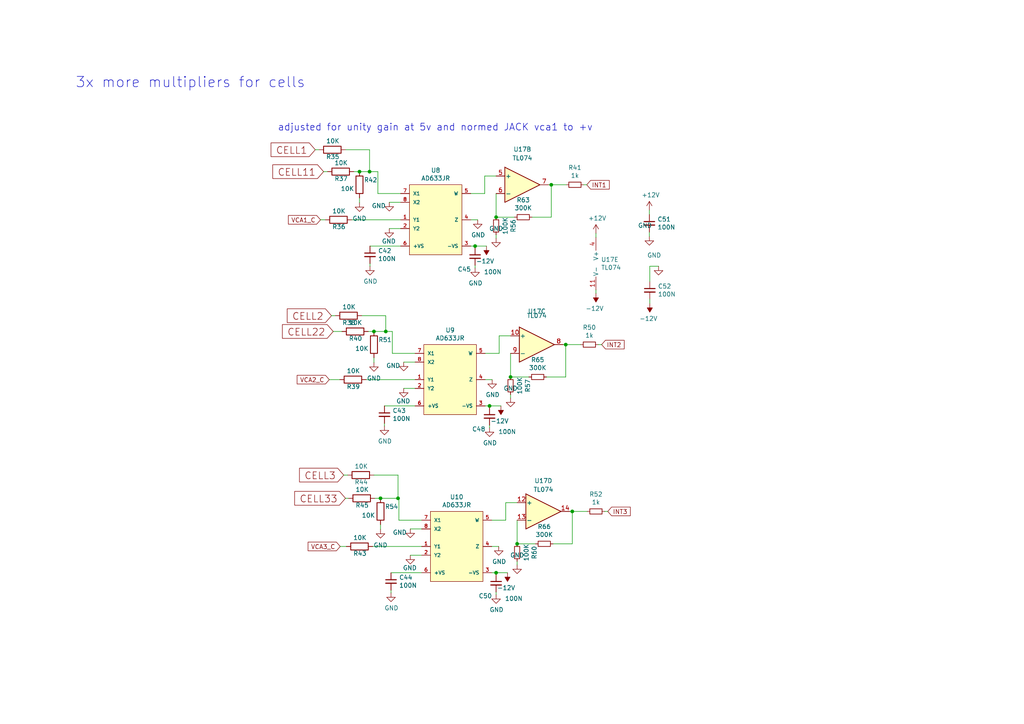
<source format=kicad_sch>
(kicad_sch (version 20211123) (generator eeschema)
  (paper "A4")
  (lib_symbols
    (symbol "Amplifier_Operational:TL074" (pin_names (offset 0.127))
      (property "Reference" "U" (at 0 5.08 0))
      (property "Value" "TL074" (at 0 -5.08 0))
      (symbol "TL074_1_1"
        (polyline (pts (xy -5.08 5.08) (xy 5.08 0) (xy -5.08 -5.08) (xy -5.08 5.08)) (stroke (width 0.254)) (fill (type background)))
        (pin output line (at 7.62 0 180) (length 2.54) (name "~") (number "1"))
        (pin input line (at -7.62 -2.54 0) (length 2.54) (name "-") (number "2"))
        (pin input line (at -7.62 2.54 0) (length 2.54) (name "+") (number "3"))
      )
      (symbol "TL074_2_1"
        (polyline (pts (xy -5.08 5.08) (xy 5.08 0) (xy -5.08 -5.08) (xy -5.08 5.08)) (stroke (width 0.254)) (fill (type background)))
        (pin input line (at -7.62 2.54 0) (length 2.54) (name "+") (number "5"))
        (pin input line (at -7.62 -2.54 0) (length 2.54) (name "-") (number "6"))
        (pin output line (at 7.62 0 180) (length 2.54) (name "~") (number "7"))
      )
      (symbol "TL074_3_1"
        (polyline (pts (xy -5.08 5.08) (xy 5.08 0) (xy -5.08 -5.08) (xy -5.08 5.08)) (stroke (width 0.254)) (fill (type background)))
        (pin input line (at -7.62 2.54 0) (length 2.54) (name "+") (number "10"))
        (pin output line (at 7.62 0 180) (length 2.54) (name "~") (number "8"))
        (pin input line (at -7.62 -2.54 0) (length 2.54) (name "-") (number "9"))
      )
      (symbol "TL074_4_1"
        (polyline (pts (xy -5.08 5.08) (xy 5.08 0) (xy -5.08 -5.08) (xy -5.08 5.08)) (stroke (width 0.254)) (fill (type background)))
        (pin input line (at -7.62 2.54 0) (length 2.54) (name "+") (number "12"))
        (pin input line (at -7.62 -2.54 0) (length 2.54) (name "-") (number "13"))
        (pin output line (at 7.62 0 180) (length 2.54) (name "~") (number "14"))
      )
      (symbol "TL074_5_1"
        (pin power_in line (at -2.54 -7.62 90) (length 3.81) (name "V-") (number "11"))
        (pin power_in line (at -2.54 7.62 270) (length 3.81) (name "V+") (number "4"))
      )
    )
    (symbol "Device:C_Small" (pin_numbers hide) (pin_names (offset 0.254) hide)
      (property "Reference" "C" (at 0.254 1.778 0))
      (property "Value" "C_Small" (at 0.254 -2.032 0))
      (symbol "C_Small_0_1"
        (polyline (pts (xy -1.524 -0.508) (xy 1.524 -0.508)) (stroke (width 0.3302)))
        (polyline (pts (xy -1.524 0.508) (xy 1.524 0.508)) (stroke (width 0.3048)))
      )
      (symbol "C_Small_1_1"
        (pin passive line (at 0 2.54 270) (length 2.032) (name "~") (number "1"))
        (pin passive line (at 0 -2.54 90) (length 2.032) (name "~") (number "2"))
      )
    )
    (symbol "Device:R" (pin_numbers hide) (pin_names (offset 0))
      (property "Reference" "R" (at 2.032 0 90))
      (property "Value" "R" (at 0 0 90))
      (symbol "R_0_1"
        (rectangle (start -1.016 -2.54) (end 1.016 2.54) (stroke (width 0.254)))
      )
      (symbol "R_1_1"
        (pin passive line (at 0 3.81 270) (length 1.27) (name "~") (number "1"))
        (pin passive line (at 0 -3.81 90) (length 1.27) (name "~") (number "2"))
      )
    )
    (symbol "Device:R_Small" (pin_numbers hide) (pin_names (offset 0.254) hide)
      (property "Reference" "R" (at 0.762 0.508 0))
      (property "Value" "R_Small" (at 0.762 -1.016 0))
      (symbol "R_Small_0_1"
        (rectangle (start -0.762 1.778) (end 0.762 -1.778) (stroke (width 0.2032)))
      )
      (symbol "R_Small_1_1"
        (pin passive line (at 0 2.54 270) (length 0.762) (name "~") (number "1"))
        (pin passive line (at 0 -2.54 90) (length 0.762) (name "~") (number "2"))
      )
    )
    (symbol "power:-12V" (power) (pin_names (offset 0))
      (property "Value" "-12V" (at 0 3.81 0))
      (symbol "-12V_0_0"
        (pin power_in line (at 0 0 90) (length 0) hide (name "-12V") (number "1"))
      )
      (symbol "-12V_0_1"
        (polyline (pts (xy 0 0) (xy 0 1.27) (xy 0.762 1.27) (xy 0 2.54) (xy -0.762 1.27) (xy 0 1.27)) (fill (type outline)))
      )
    )
    (symbol "power:GND" (power) (pin_names (offset 0))
      (property "Value" "GND" (at 0 -3.81 0))
      (symbol "GND_0_1"
        (polyline (pts (xy 0 0) (xy 0 -1.27) (xy 1.27 -1.27) (xy 0 -2.54) (xy -1.27 -1.27) (xy 0 -1.27)))
      )
      (symbol "GND_1_1"
        (pin power_in line (at 0 0 270) (length 0) hide (name "GND") (number "1"))
      )
    )
    (symbol "toad2-rescue:+12V-power-allcolours_analogue-rescue" (power) (pin_names (offset 0))
      (property "Value" "+12V-power-allcolours_analogue-rescue" (at 0 3.556 0))
      (symbol "+12V-power-allcolours_analogue-rescue_0_1"
        (polyline (pts (xy -0.762 1.27) (xy 0 2.54)))
        (polyline (pts (xy 0 0) (xy 0 2.54)))
        (polyline (pts (xy 0 2.54) (xy 0.762 1.27)))
      )
      (symbol "+12V-power-allcolours_analogue-rescue_1_1"
        (pin power_in line (at 0 0 90) (length 0) hide (name "+12V") (number "1"))
      )
    )
    (symbol "toad2-rescue:AD633JR-eec" (pin_names (offset 1.016))
      (property "Reference" "U" (at 0 5.08 0))
      (property "Value" "AD633JR-eec" (at 0 7.62 0))
      (symbol "AD633JR-eec_1_1"
        (rectangle (start 5.08 2.54) (end 20.32 -17.78) (fill (type background)))
        (pin passive line (at 2.54 -7.62 0) (length 2.54) (name "Y1") (number "1"))
        (pin passive line (at 2.54 -10.16 0) (length 2.54) (name "Y2") (number "2"))
        (pin passive line (at 22.86 -15.24 180) (length 2.54) (name "-VS") (number "3"))
        (pin passive line (at 22.86 -7.62 180) (length 2.54) (name "Z") (number "4"))
        (pin passive line (at 22.86 0 180) (length 2.54) (name "W") (number "5"))
        (pin passive line (at 2.54 -15.24 0) (length 2.54) (name "+VS") (number "6"))
        (pin passive line (at 2.54 0 0) (length 2.54) (name "X1") (number "7"))
        (pin passive line (at 2.54 -2.54 0) (length 2.54) (name "X2") (number "8"))
      )
    )
  )
  (junction (at 107.188 49.784))
  (junction (at 165.989 148.336))
  (junction (at 148.082 109.347))
  (junction (at 149.987 157.734))
  (junction (at 143.891 62.992))
  (junction (at 108.458 96.139))
  (junction (at 115.443 144.526))
  (junction (at 111.887 96.139))
  (junction (at 141.986 117.729))
  (junction (at 164.084 99.949))
  (junction (at 159.893 53.594))
  (junction (at 137.795 71.374))
  (junction (at 110.363 144.526))
  (junction (at 143.891 166.116))
  (junction (at 104.267 49.784))
  (wire (pts (xy 146.685 150.876) (xy 146.685 145.796)))
  (wire (pts (xy 113.792 102.489) (xy 120.396 102.489)))
  (wire (pts (xy 96.139 91.567) (xy 97.282 91.567)))
  (wire (pts (xy 122.301 166.116) (xy 113.411 166.116)))
  (wire (pts (xy 140.589 56.134) (xy 140.589 51.054)))
  (wire (pts (xy 113.792 96.139) (xy 113.792 102.489)))
  (wire (pts (xy 141.986 123.317) (xy 141.986 124.079)))
  (wire (pts (xy 149.987 162.814) (xy 149.987 163.83)))
  (wire (pts (xy 137.795 76.962) (xy 137.795 77.724)))
  (wire (pts (xy 159.893 62.992) (xy 159.893 53.594)))
  (wire (pts (xy 93.853 49.784) (xy 94.996 49.784)))
  (wire (pts (xy 165.227 148.336) (xy 165.989 148.336)))
  (wire (pts (xy 120.396 105.029) (xy 117.094 105.029)))
  (wire (pts (xy 159.131 53.594) (xy 159.893 53.594)))
  (wire (pts (xy 172.847 84.074) (xy 172.847 85.09)))
  (wire (pts (xy 159.893 53.594) (xy 164.211 53.594)))
  (wire (pts (xy 115.443 137.795) (xy 115.443 144.526)))
  (wire (pts (xy 106.172 110.109) (xy 120.396 110.109)))
  (wire (pts (xy 99.695 137.795) (xy 100.838 137.795)))
  (wire (pts (xy 111.887 96.139) (xy 113.792 96.139)))
  (wire (pts (xy 188.468 86.741) (xy 188.468 88.011)))
  (wire (pts (xy 140.716 117.729) (xy 141.986 117.729)))
  (wire (pts (xy 172.847 67.691) (xy 172.847 68.834)))
  (wire (pts (xy 112.903 66.294) (xy 116.205 66.294)))
  (wire (pts (xy 107.188 43.434) (xy 107.188 49.784)))
  (wire (pts (xy 143.891 171.704) (xy 143.891 172.466)))
  (wire (pts (xy 95.504 110.109) (xy 98.552 110.109)))
  (wire (pts (xy 173.482 99.949) (xy 174.498 99.949)))
  (wire (pts (xy 116.205 71.374) (xy 107.315 71.374)))
  (wire (pts (xy 141.986 117.729) (xy 145.288 117.729)))
  (wire (pts (xy 111.506 122.809) (xy 111.506 123.571)))
  (wire (pts (xy 188.468 81.661) (xy 188.468 77.216)))
  (wire (pts (xy 154.305 62.992) (xy 159.893 62.992)))
  (wire (pts (xy 115.443 144.526) (xy 115.697 144.526)))
  (wire (pts (xy 115.697 144.526) (xy 115.697 150.876)))
  (wire (pts (xy 110.363 144.526) (xy 115.443 144.526)))
  (wire (pts (xy 109.601 49.784) (xy 109.601 56.134)))
  (wire (pts (xy 96.647 96.139) (xy 99.187 96.139)))
  (wire (pts (xy 149.987 150.876) (xy 149.987 157.734)))
  (wire (pts (xy 106.807 96.139) (xy 108.458 96.139)))
  (wire (pts (xy 188.341 60.96) (xy 188.341 62.23)))
  (wire (pts (xy 104.267 49.784) (xy 107.188 49.784)))
  (wire (pts (xy 104.902 91.567) (xy 111.887 91.567)))
  (wire (pts (xy 143.891 62.992) (xy 149.225 62.992)))
  (wire (pts (xy 148.082 114.427) (xy 148.082 115.443)))
  (wire (pts (xy 98.679 158.496) (xy 100.457 158.496)))
  (wire (pts (xy 143.891 68.072) (xy 143.891 69.088)))
  (wire (pts (xy 108.458 137.795) (xy 115.443 137.795)))
  (wire (pts (xy 140.716 110.109) (xy 142.748 110.109)))
  (wire (pts (xy 148.082 102.489) (xy 148.082 109.347)))
  (wire (pts (xy 142.621 150.876) (xy 146.685 150.876)))
  (wire (pts (xy 188.341 67.31) (xy 188.341 68.58)))
  (wire (pts (xy 101.981 63.754) (xy 116.205 63.754)))
  (wire (pts (xy 165.989 157.734) (xy 165.989 148.336)))
  (wire (pts (xy 160.401 157.734) (xy 165.989 157.734)))
  (wire (pts (xy 144.78 102.489) (xy 144.78 97.409)))
  (wire (pts (xy 104.267 57.404) (xy 104.267 58.801)))
  (wire (pts (xy 142.621 158.496) (xy 144.653 158.496)))
  (wire (pts (xy 158.496 109.347) (xy 164.084 109.347)))
  (wire (pts (xy 100.203 43.434) (xy 107.188 43.434)))
  (wire (pts (xy 141.986 117.729) (xy 141.986 118.237)))
  (wire (pts (xy 100.203 144.526) (xy 101.092 144.526)))
  (wire (pts (xy 136.525 63.754) (xy 138.557 63.754)))
  (wire (pts (xy 136.525 56.134) (xy 140.589 56.134)))
  (wire (pts (xy 107.315 76.454) (xy 107.315 77.216)))
  (wire (pts (xy 109.601 56.134) (xy 116.205 56.134)))
  (wire (pts (xy 142.621 166.116) (xy 143.891 166.116)))
  (wire (pts (xy 116.205 58.674) (xy 112.903 58.674)))
  (wire (pts (xy 164.084 99.949) (xy 168.402 99.949)))
  (wire (pts (xy 165.989 148.336) (xy 170.307 148.336)))
  (wire (pts (xy 108.458 96.139) (xy 111.887 96.139)))
  (wire (pts (xy 140.716 102.489) (xy 144.78 102.489)))
  (wire (pts (xy 122.301 153.416) (xy 118.999 153.416)))
  (wire (pts (xy 137.795 71.374) (xy 141.097 71.374)))
  (wire (pts (xy 115.697 150.876) (xy 122.301 150.876)))
  (wire (pts (xy 137.795 71.374) (xy 137.795 71.882)))
  (wire (pts (xy 120.396 117.729) (xy 111.506 117.729)))
  (wire (pts (xy 163.322 99.949) (xy 164.084 99.949)))
  (wire (pts (xy 164.084 109.347) (xy 164.084 99.949)))
  (wire (pts (xy 113.411 171.196) (xy 113.411 171.958)))
  (wire (pts (xy 146.685 145.796) (xy 149.987 145.796)))
  (wire (pts (xy 143.891 56.134) (xy 143.891 62.992)))
  (wire (pts (xy 108.458 103.759) (xy 108.458 105.156)))
  (wire (pts (xy 117.094 112.649) (xy 120.396 112.649)))
  (wire (pts (xy 118.999 161.036) (xy 122.301 161.036)))
  (wire (pts (xy 108.712 144.526) (xy 110.363 144.526)))
  (wire (pts (xy 148.082 109.347) (xy 153.416 109.347)))
  (wire (pts (xy 108.077 158.496) (xy 122.301 158.496)))
  (wire (pts (xy 107.188 49.784) (xy 109.601 49.784)))
  (wire (pts (xy 136.525 71.374) (xy 137.795 71.374)))
  (wire (pts (xy 143.891 166.116) (xy 143.891 166.624)))
  (wire (pts (xy 169.291 53.594) (xy 170.18 53.594)))
  (wire (pts (xy 140.589 51.054) (xy 143.891 51.054)))
  (wire (pts (xy 111.887 91.567) (xy 111.887 96.139)))
  (wire (pts (xy 143.891 166.116) (xy 147.193 166.116)))
  (wire (pts (xy 91.44 43.434) (xy 92.583 43.434)))
  (wire (pts (xy 110.363 152.146) (xy 110.363 153.543)))
  (wire (pts (xy 149.987 157.734) (xy 155.321 157.734)))
  (wire (pts (xy 92.964 63.754) (xy 94.361 63.754)))
  (wire (pts (xy 102.616 49.784) (xy 104.267 49.784)))
  (wire (pts (xy 144.78 97.409) (xy 148.082 97.409)))
  (wire (pts (xy 188.468 77.216) (xy 191.008 77.216)))
  (wire (pts (xy 175.387 148.336) (xy 176.276 148.336)))
  (text "" (at 99.822 119.634 0) (effects (font (size 1.27 1.27)) (justify left bottom)))
  (text "" (at 100.457 105.664 0) (effects (font (size 1.27 1.27)) (justify left bottom)))
  (text "adjusted for unity gain at 5v and normed JACK vca1 to +v" (at 80.518 38.227 0) (effects (font (size 2 2)) (justify left bottom)))
  (text "" (at 96.266 59.309 0) (effects (font (size 1.27 1.27)) (justify left bottom)))
  (text "" (at 93.853 52.959 0) (effects (font (size 1.27 1.27)) (justify left bottom)))
  (text "3x more multipliers for cells" (at 21.844 25.781 0) (effects (font (size 3 3)) (justify left bottom)))
  (text "" (at 101.727 168.021 0) (effects (font (size 1.27 1.27)) (justify left bottom)))
  (text "" (at 102.362 154.051 0) (effects (font (size 1.27 1.27)) (justify left bottom)))
  (text "" (at 95.631 73.279 0) (effects (font (size 1.27 1.27)) (justify left bottom)))
  (global_label "CELL11" (shape input) (at 93.853 49.784 180) (effects (font (size 2.0066 2.0066))) (property "Intersheet References" "${INTERSHEET_REFS}" (effects hide)))
  (global_label "VCA1_C" (shape input) (at 92.964 63.754 180) (property "Intersheet References" "${INTERSHEET_REFS}" (effects hide)))
  (global_label "CELL1" (shape input) (at 91.44 43.434 180) (effects (font (size 2.0066 2.0066))) (property "Intersheet References" "${INTERSHEET_REFS}" (effects hide)))
  (global_label "VCA3_C" (shape input) (at 98.679 158.496 180) (property "Intersheet References" "${INTERSHEET_REFS}" (effects hide)))
  (global_label "CELL33" (shape input) (at 100.203 144.526 180) (effects (font (size 2.0066 2.0066))) (property "Intersheet References" "${INTERSHEET_REFS}" (effects hide)))
  (global_label "INT1" (shape input) (at 170.18 53.594 0) (property "Intersheet References" "${INTERSHEET_REFS}" (effects hide)))
  (global_label "CELL3" (shape input) (at 99.695 137.795 180) (effects (font (size 2.0066 2.0066))) (property "Intersheet References" "${INTERSHEET_REFS}" (effects hide)))
  (global_label "VCA2_C" (shape input) (at 95.504 110.109 180) (property "Intersheet References" "${INTERSHEET_REFS}" (effects hide)))
  (global_label "CELL2" (shape input) (at 96.139 91.567 180) (effects (font (size 2.0066 2.0066))) (property "Intersheet References" "${INTERSHEET_REFS}" (effects hide)))
  (global_label "INT2" (shape input) (at 174.498 99.949 0) (property "Intersheet References" "${INTERSHEET_REFS}" (effects hide)))
  (global_label "CELL22" (shape input) (at 96.647 96.139 180) (effects (font (size 2.0066 2.0066))) (property "Intersheet References" "${INTERSHEET_REFS}" (effects hide)))
  (global_label "INT3" (shape input) (at 176.276 148.336 0) (property "Intersheet References" "${INTERSHEET_REFS}" (effects hide)))
  (symbol (lib_id "Amplifier_Operational:TL074") (at 175.387 76.454 0) (unit 5)
    (property "Reference" "U17" (at 174.3202 75.2856 0) (effects (justify left)))
    (property "Value" "TL074" (at 174.3202 77.597 0) (effects (justify left)))
    (property "Footprint" "Package_SO:SOIC-14_3.9x8.7mm_P1.27mm" (effects hide))
    (property "Datasheet" "http://www.ti.com/lit/ds/symlink/tl071.pdf" (effects hide))
  )
  (symbol (lib_id "toad2-rescue:AD633JR-eec") (at 113.665 56.134 0) (unit 1)
    (property "Reference" "U8" (at 126.365 49.403 0))
    (property "Value" "AD633JR" (at 126.365 51.7144 0))
    (property "Footprint" "Package_SO:SOIC-8_3.9x4.9mm_P1.27mm" (effects hide))
    (property "Datasheet" "http://www.analog.com/media/en/technical-documentation/data-sheets/AD633.pdf" (effects hide))
    (property "Component Link 1 Description" "Manufacturer URL" (effects hide))
    (property "Component Link 1 URL" "http://www.analog.com/en/index.html" (effects hide))
    (property "Component Link 3 Description" "Package Specification" (effects hide))
    (property "Component Link 3 URL" "http://www.analog.com/static/imported-files/packages/PKG_PDF/PDIP(N)/N_8.pdf" (effects hide))
    (property "Datasheet Version" "Rev. K" (effects hide))
    (property "Mounting Technology" "Through Hole" (effects hide))
    (property "Number of Channels" "2" (effects hide))
    (property "Package Description" "8-Pin Plastic Dual In-Line Package, Body 9.59 x 6.6 mm, Pitch 2.54 mm" (effects hide))
    (property "Package Version" "07/2006" (effects hide))
    (property "Packing" "Tube" (effects hide))
    (property "Slew Rate" "20 V/us" (effects hide))
    (property "Supply Current Max" "6 mA" (effects hide))
    (property "Temperature Max" "70 degC" (effects hide))
    (property "Temperature Min" "0 degC" (effects hide))
    (property "category" "IC" (effects hide))
    (property "library id" "82579f909b82c26c" (effects hide))
    (property "manufacturer" "Analog Devices" (effects hide))
    (property "package" "MS-001" (effects hide))
    (property "vault revision" "D70804D2-C31E-4A78-88FF-EDD09AD4FF7C" (effects hide))
    (property "imported" "yes" (effects hide))
  )
  (symbol (lib_id "Device:R") (at 104.902 144.526 90) (unit 1)
    (property "Reference" "R45" (at 105.029 146.558 90))
    (property "Value" "10K" (at 105.029 141.986 90))
    (property "Footprint" "Resistor_SMD:R_0805_2012Metric" (effects hide))
  )
  (symbol (lib_id "Device:R") (at 104.267 158.496 90) (unit 1)
    (property "Reference" "R43" (at 104.394 160.528 90))
    (property "Value" "10K" (at 104.394 155.956 90))
    (property "Footprint" "Resistor_SMD:R_0805_2012Metric" (effects hide))
  )
  (symbol (lib_id "power:GND") (at 137.795 77.724 0) (unit 1)
    (property "Reference" "#PWR086" (effects hide))
    (property "Value" "GND" (at 137.922 82.1182 0))
  )
  (symbol (lib_id "power:-12V") (at 141.097 71.374 180) (unit 1)
    (property "Reference" "#PWR090" (effects hide))
    (property "Value" "-12V" (at 140.716 75.7682 0))
  )
  (symbol (lib_id "Device:R") (at 104.648 137.795 90) (unit 1)
    (property "Reference" "R44" (at 104.775 139.827 90))
    (property "Value" "10K" (at 104.775 135.255 90))
    (property "Footprint" "Resistor_SMD:R_0805_2012Metric" (effects hide))
  )
  (symbol (lib_id "power:GND") (at 143.891 69.088 0) (unit 1)
    (property "Reference" "#PWR097" (effects hide))
    (property "Value" "GND" (at 143.891 66.294 0))
  )
  (symbol (lib_id "power:GND") (at 148.082 115.443 0) (unit 1)
    (property "Reference" "#PWR0108" (effects hide))
    (property "Value" "GND" (at 148.082 112.649 0))
  )
  (symbol (lib_id "Device:R_Small") (at 149.987 160.274 0) (unit 1)
    (property "Reference" "R60" (at 154.9654 160.274 90))
    (property "Value" "100K" (at 152.654 160.274 90))
    (property "Footprint" "Resistor_SMD:R_0805_2012Metric" (effects hide))
  )
  (symbol (lib_id "power:GND") (at 191.008 77.216 0) (unit 1)
    (property "Reference" "#PWR0116" (effects hide))
    (property "Value" "GND" (at 189.738 74.041 0))
  )
  (symbol (lib_id "power:-12V") (at 145.288 117.729 180) (unit 1)
    (property "Reference" "#PWR0103" (effects hide))
    (property "Value" "-12V" (at 144.907 122.1232 0))
  )
  (symbol (lib_id "Amplifier_Operational:TL074") (at 155.702 99.949 0) (unit 3)
    (property "Reference" "U17" (at 155.702 90.297 0))
    (property "Value" "TL074" (at 155.702 91.567 0))
    (property "Footprint" "Package_SO:SOIC-14_3.9x8.7mm_P1.27mm" (effects hide))
    (property "Datasheet" "http://www.ti.com/lit/ds/symlink/tl071.pdf" (effects hide))
  )
  (symbol (lib_id "power:GND") (at 188.341 68.58 0) (unit 1)
    (property "Reference" "#PWR0114" (effects hide))
    (property "Value" "GND" (at 187.071 65.405 0))
  )
  (symbol (lib_id "toad2-rescue:+12V-power-allcolours_analogue-rescue") (at 188.341 60.96 0) (unit 1)
    (property "Reference" "#PWR0113" (effects hide))
    (property "Value" "+12V-power" (at 188.722 56.5658 0))
  )
  (symbol (lib_id "Device:C_Small") (at 188.468 84.201 0) (unit 1)
    (property "Reference" "C52" (at 190.8048 83.0326 0) (effects (justify left)))
    (property "Value" "100N" (at 190.8048 85.344 0) (effects (justify left)))
    (property "Footprint" "Capacitor_SMD:C_0805_2012Metric" (effects hide))
  )
  (symbol (lib_id "Device:R_Small") (at 151.765 62.992 90) (unit 1)
    (property "Reference" "R63" (at 151.765 58.0136 90))
    (property "Value" "300K" (at 151.765 60.325 90))
    (property "Footprint" "Resistor_SMD:R_0805_2012Metric" (effects hide))
  )
  (symbol (lib_id "Device:C_Small") (at 113.411 168.656 0) (unit 1)
    (property "Reference" "C44" (at 115.7478 167.4876 0) (effects (justify left)))
    (property "Value" "100N" (at 115.7478 169.799 0) (effects (justify left)))
    (property "Footprint" "Capacitor_SMD:C_0805_2012Metric" (effects hide))
  )
  (symbol (lib_id "Amplifier_Operational:TL074") (at 151.511 53.594 0) (unit 2)
    (property "Reference" "U17" (at 151.511 43.307 0))
    (property "Value" "TL074" (at 151.511 45.847 0))
    (property "Footprint" "Package_SO:SOIC-14_3.9x8.7mm_P1.27mm" (effects hide))
    (property "Datasheet" "http://www.ti.com/lit/ds/symlink/tl071.pdf" (effects hide))
  )
  (symbol (lib_id "power:GND") (at 113.411 171.958 0) (unit 1)
    (property "Reference" "#PWR081" (effects hide))
    (property "Value" "GND" (at 113.538 176.3522 0))
  )
  (symbol (lib_id "power:GND") (at 107.315 77.216 0) (unit 1)
    (property "Reference" "#PWR071" (effects hide))
    (property "Value" "GND" (at 107.442 81.6102 0))
  )
  (symbol (lib_id "power:GND") (at 108.458 105.156 0) (unit 1)
    (property "Reference" "#PWR075" (effects hide))
    (property "Value" "GND" (at 108.458 109.728 0))
  )
  (symbol (lib_id "power:GND") (at 112.903 58.674 0) (unit 1)
    (property "Reference" "#PWR079" (effects hide))
    (property "Value" "GND" (at 109.855 59.69 0))
  )
  (symbol (lib_id "Device:C_Small") (at 188.341 64.77 0) (unit 1)
    (property "Reference" "C51" (at 190.6778 63.6016 0) (effects (justify left)))
    (property "Value" "100N" (at 190.6778 65.913 0) (effects (justify left)))
    (property "Footprint" "Capacitor_SMD:C_0805_2012Metric" (effects hide))
  )
  (symbol (lib_id "Device:C_Small") (at 107.315 73.914 0) (unit 1)
    (property "Reference" "C42" (at 109.6518 72.7456 0) (effects (justify left)))
    (property "Value" "100N" (at 109.6518 75.057 0) (effects (justify left)))
    (property "Footprint" "Capacitor_SMD:C_0805_2012Metric" (effects hide))
  )
  (symbol (lib_id "Device:C_Small") (at 111.506 120.269 0) (unit 1)
    (property "Reference" "C43" (at 113.8428 119.1006 0) (effects (justify left)))
    (property "Value" "100N" (at 113.8428 121.412 0) (effects (justify left)))
    (property "Footprint" "Capacitor_SMD:C_0805_2012Metric" (effects hide))
  )
  (symbol (lib_id "Device:R_Small") (at 170.942 99.949 90) (unit 1)
    (property "Reference" "R50" (at 170.942 94.9706 90))
    (property "Value" "1k" (at 170.942 97.282 90))
    (property "Footprint" "Resistor_SMD:R_0805_2012Metric" (effects hide))
  )
  (symbol (lib_id "Amplifier_Operational:TL074") (at 157.607 148.336 0) (unit 4)
    (property "Reference" "U17" (at 157.607 139.446 0))
    (property "Value" "TL074" (at 157.607 141.986 0))
    (property "Footprint" "Package_SO:SOIC-14_3.9x8.7mm_P1.27mm" (effects hide))
    (property "Datasheet" "http://www.ti.com/lit/ds/symlink/tl071.pdf" (effects hide))
  )
  (symbol (lib_id "power:GND") (at 141.986 124.079 0) (unit 1)
    (property "Reference" "#PWR092" (effects hide))
    (property "Value" "GND" (at 142.113 128.4732 0))
  )
  (symbol (lib_id "power:GND") (at 110.363 153.543 0) (unit 1)
    (property "Reference" "#PWR077" (effects hide))
    (property "Value" "GND" (at 110.363 158.115 0))
  )
  (symbol (lib_id "Device:C_Small") (at 137.795 74.422 0) (unit 1)
    (property "Reference" "C45" (at 132.715 78.105 0) (effects (justify left)))
    (property "Value" "100N" (at 140.335 78.867 0) (effects (justify left)))
    (property "Footprint" "Capacitor_SMD:C_0805_2012Metric" (effects hide))
  )
  (symbol (lib_id "Device:R_Small") (at 148.082 111.887 0) (unit 1)
    (property "Reference" "R57" (at 153.0604 111.887 90))
    (property "Value" "100K" (at 150.749 111.887 90))
    (property "Footprint" "Resistor_SMD:R_0805_2012Metric" (effects hide))
  )
  (symbol (lib_id "power:GND") (at 117.094 112.649 0) (unit 1)
    (property "Reference" "#PWR083" (effects hide))
    (property "Value" "GND" (at 116.967 116.332 0))
  )
  (symbol (lib_id "Device:R") (at 108.458 99.949 0) (unit 1)
    (property "Reference" "R51" (at 109.728 98.552 0) (effects (justify left)))
    (property "Value" "10K" (at 102.997 101.092 0) (effects (justify left)))
    (property "Footprint" "Resistor_SMD:R_0805_2012Metric" (effects hide))
  )
  (symbol (lib_id "Device:R") (at 98.171 63.754 90) (unit 1)
    (property "Reference" "R36" (at 98.298 65.786 90))
    (property "Value" "10K" (at 98.298 61.214 90))
    (property "Footprint" "Resistor_SMD:R_0805_2012Metric" (effects hide))
  )
  (symbol (lib_id "power:GND") (at 144.653 158.496 0) (unit 1)
    (property "Reference" "#PWR0100" (effects hide))
    (property "Value" "GND" (at 144.78 162.8902 0))
  )
  (symbol (lib_id "Device:R_Small") (at 166.751 53.594 90) (unit 1)
    (property "Reference" "R41" (at 166.751 48.6156 90))
    (property "Value" "1k" (at 166.751 50.927 90))
    (property "Footprint" "Resistor_SMD:R_0805_2012Metric" (effects hide))
  )
  (symbol (lib_id "toad2-rescue:+12V-power-allcolours_analogue-rescue") (at 172.847 67.691 0) (unit 1)
    (property "Reference" "#PWR0111" (effects hide))
    (property "Value" "+12V-power" (at 173.228 63.2968 0))
  )
  (symbol (lib_id "Device:R") (at 102.362 110.109 90) (unit 1)
    (property "Reference" "R39" (at 102.489 112.141 90))
    (property "Value" "10K" (at 102.489 107.569 90))
    (property "Footprint" "Resistor_SMD:R_0805_2012Metric" (effects hide))
  )
  (symbol (lib_id "Device:R_Small") (at 155.956 109.347 90) (unit 1)
    (property "Reference" "R65" (at 155.956 104.3686 90))
    (property "Value" "300K" (at 155.956 106.68 90))
    (property "Footprint" "Resistor_SMD:R_0805_2012Metric" (effects hide))
  )
  (symbol (lib_id "power:-12V") (at 188.468 88.011 180) (unit 1)
    (property "Reference" "#PWR0115" (effects hide))
    (property "Value" "-12V" (at 188.087 92.4052 0))
  )
  (symbol (lib_id "power:GND") (at 149.987 163.83 0) (unit 1)
    (property "Reference" "#PWR0110" (effects hide))
    (property "Value" "GND" (at 149.987 161.036 0))
  )
  (symbol (lib_id "Device:R") (at 101.092 91.567 90) (unit 1)
    (property "Reference" "R38" (at 101.219 93.599 90))
    (property "Value" "10K" (at 101.219 89.027 90))
    (property "Footprint" "Resistor_SMD:R_0805_2012Metric" (effects hide))
  )
  (symbol (lib_id "Device:R_Small") (at 143.891 65.532 0) (unit 1)
    (property "Reference" "R56" (at 148.8694 65.532 90))
    (property "Value" "100K" (at 146.558 65.532 90))
    (property "Footprint" "Resistor_SMD:R_0805_2012Metric" (effects hide))
  )
  (symbol (lib_id "Device:R_Small") (at 157.861 157.734 90) (unit 1)
    (property "Reference" "R66" (at 157.861 152.7556 90))
    (property "Value" "300K" (at 157.861 155.067 90))
    (property "Footprint" "Resistor_SMD:R_0805_2012Metric" (effects hide))
  )
  (symbol (lib_id "toad2-rescue:AD633JR-eec") (at 119.761 150.876 0) (unit 1)
    (property "Reference" "U10" (at 132.461 144.145 0))
    (property "Value" "AD633JR" (at 132.461 146.4564 0))
    (property "Footprint" "Package_SO:SOIC-8_3.9x4.9mm_P1.27mm" (effects hide))
    (property "Datasheet" "http://www.analog.com/media/en/technical-documentation/data-sheets/AD633.pdf" (effects hide))
    (property "Component Link 1 Description" "Manufacturer URL" (effects hide))
    (property "Component Link 1 URL" "http://www.analog.com/en/index.html" (effects hide))
    (property "Component Link 3 Description" "Package Specification" (effects hide))
    (property "Component Link 3 URL" "http://www.analog.com/static/imported-files/packages/PKG_PDF/PDIP(N)/N_8.pdf" (effects hide))
    (property "Datasheet Version" "Rev. K" (effects hide))
    (property "Mounting Technology" "Through Hole" (effects hide))
    (property "Number of Channels" "2" (effects hide))
    (property "Package Description" "8-Pin Plastic Dual In-Line Package, Body 9.59 x 6.6 mm, Pitch 2.54 mm" (effects hide))
    (property "Package Version" "07/2006" (effects hide))
    (property "Packing" "Tube" (effects hide))
    (property "Slew Rate" "20 V/us" (effects hide))
    (property "Supply Current Max" "6 mA" (effects hide))
    (property "Temperature Max" "70 degC" (effects hide))
    (property "Temperature Min" "0 degC" (effects hide))
    (property "category" "IC" (effects hide))
    (property "library id" "82579f909b82c26c" (effects hide))
    (property "manufacturer" "Analog Devices" (effects hide))
    (property "package" "MS-001" (effects hide))
    (property "vault revision" "D70804D2-C31E-4A78-88FF-EDD09AD4FF7C" (effects hide))
    (property "imported" "yes" (effects hide))
  )
  (symbol (lib_id "power:GND") (at 117.094 105.029 0) (unit 1)
    (property "Reference" "#PWR082" (effects hide))
    (property "Value" "GND" (at 114.046 106.045 0))
  )
  (symbol (lib_id "power:GND") (at 111.506 123.571 0) (unit 1)
    (property "Reference" "#PWR078" (effects hide))
    (property "Value" "GND" (at 111.633 127.9652 0))
  )
  (symbol (lib_id "power:GND") (at 142.748 110.109 0) (unit 1)
    (property "Reference" "#PWR094" (effects hide))
    (property "Value" "GND" (at 142.875 114.5032 0))
  )
  (symbol (lib_id "Device:C_Small") (at 143.891 169.164 0) (unit 1)
    (property "Reference" "C50" (at 138.811 172.847 0) (effects (justify left)))
    (property "Value" "100N" (at 146.431 173.609 0) (effects (justify left)))
    (property "Footprint" "Capacitor_SMD:C_0805_2012Metric" (effects hide))
  )
  (symbol (lib_id "Device:R") (at 98.806 49.784 90) (unit 1)
    (property "Reference" "R37" (at 98.933 51.816 90))
    (property "Value" "10K" (at 98.933 47.244 90))
    (property "Footprint" "Resistor_SMD:R_0805_2012Metric" (effects hide))
  )
  (symbol (lib_id "Device:C_Small") (at 141.986 120.777 0) (unit 1)
    (property "Reference" "C48" (at 136.906 124.46 0) (effects (justify left)))
    (property "Value" "100N" (at 144.526 125.222 0) (effects (justify left)))
    (property "Footprint" "Capacitor_SMD:C_0805_2012Metric" (effects hide))
  )
  (symbol (lib_id "Device:R") (at 110.363 148.336 0) (unit 1)
    (property "Reference" "R54" (at 111.633 146.939 0) (effects (justify left)))
    (property "Value" "10K" (at 104.902 149.479 0) (effects (justify left)))
    (property "Footprint" "Resistor_SMD:R_0805_2012Metric" (effects hide))
  )
  (symbol (lib_id "power:-12V") (at 172.847 85.09 180) (unit 1)
    (property "Reference" "#PWR0112" (effects hide))
    (property "Value" "-12V" (at 172.466 89.4842 0))
  )
  (symbol (lib_id "Device:R") (at 96.393 43.434 90) (unit 1)
    (property "Reference" "R35" (at 96.52 45.466 90))
    (property "Value" "10K" (at 96.52 40.894 90))
    (property "Footprint" "Resistor_SMD:R_0805_2012Metric" (effects hide))
  )
  (symbol (lib_id "power:GND") (at 143.891 172.466 0) (unit 1)
    (property "Reference" "#PWR099" (effects hide))
    (property "Value" "GND" (at 144.018 176.8602 0))
  )
  (symbol (lib_id "power:GND") (at 138.557 63.754 0) (unit 1)
    (property "Reference" "#PWR089" (effects hide))
    (property "Value" "GND" (at 138.684 68.1482 0))
  )
  (symbol (lib_id "Device:R_Small") (at 172.847 148.336 90) (unit 1)
    (property "Reference" "R52" (at 172.847 143.3576 90))
    (property "Value" "1k" (at 172.847 145.669 90))
    (property "Footprint" "Resistor_SMD:R_0805_2012Metric" (effects hide))
  )
  (symbol (lib_id "power:GND") (at 118.999 153.416 0) (unit 1)
    (property "Reference" "#PWR084" (effects hide))
    (property "Value" "GND" (at 115.951 154.432 0))
  )
  (symbol (lib_id "power:GND") (at 112.903 66.294 0) (unit 1)
    (property "Reference" "#PWR080" (effects hide))
    (property "Value" "GND" (at 112.776 69.977 0))
  )
  (symbol (lib_id "toad2-rescue:AD633JR-eec") (at 117.856 102.489 0) (unit 1)
    (property "Reference" "U9" (at 130.556 95.758 0))
    (property "Value" "AD633JR" (at 130.556 98.0694 0))
    (property "Footprint" "Package_SO:SOIC-8_3.9x4.9mm_P1.27mm" (effects hide))
    (property "Datasheet" "http://www.analog.com/media/en/technical-documentation/data-sheets/AD633.pdf" (effects hide))
    (property "Component Link 1 Description" "Manufacturer URL" (effects hide))
    (property "Component Link 1 URL" "http://www.analog.com/en/index.html" (effects hide))
    (property "Component Link 3 Description" "Package Specification" (effects hide))
    (property "Component Link 3 URL" "http://www.analog.com/static/imported-files/packages/PKG_PDF/PDIP(N)/N_8.pdf" (effects hide))
    (property "Datasheet Version" "Rev. K" (effects hide))
    (property "Mounting Technology" "Through Hole" (effects hide))
    (property "Number of Channels" "2" (effects hide))
    (property "Package Description" "8-Pin Plastic Dual In-Line Package, Body 9.59 x 6.6 mm, Pitch 2.54 mm" (effects hide))
    (property "Package Version" "07/2006" (effects hide))
    (property "Packing" "Tube" (effects hide))
    (property "Slew Rate" "20 V/us" (effects hide))
    (property "Supply Current Max" "6 mA" (effects hide))
    (property "Temperature Max" "70 degC" (effects hide))
    (property "Temperature Min" "0 degC" (effects hide))
    (property "category" "IC" (effects hide))
    (property "library id" "82579f909b82c26c" (effects hide))
    (property "manufacturer" "Analog Devices" (effects hide))
    (property "package" "MS-001" (effects hide))
    (property "vault revision" "D70804D2-C31E-4A78-88FF-EDD09AD4FF7C" (effects hide))
    (property "imported" "yes" (effects hide))
  )
  (symbol (lib_id "power:GND") (at 118.999 161.036 0) (unit 1)
    (property "Reference" "#PWR085" (effects hide))
    (property "Value" "GND" (at 118.872 164.719 0))
  )
  (symbol (lib_id "power:GND") (at 104.267 58.801 0) (unit 1)
    (property "Reference" "#PWR070" (effects hide))
    (property "Value" "GND" (at 104.267 63.373 0))
  )
  (symbol (lib_id "Device:R") (at 102.997 96.139 90) (unit 1)
    (property "Reference" "R40" (at 103.124 98.171 90))
    (property "Value" "10K" (at 103.124 93.599 90))
    (property "Footprint" "Resistor_SMD:R_0805_2012Metric" (effects hide))
  )
  (symbol (lib_id "Device:R") (at 104.267 53.594 0) (unit 1)
    (property "Reference" "R42" (at 105.537 52.197 0) (effects (justify left)))
    (property "Value" "10K" (at 98.806 54.737 0) (effects (justify left)))
    (property "Footprint" "Resistor_SMD:R_0805_2012Metric" (effects hide))
  )
  (symbol (lib_id "power:-12V") (at 147.193 166.116 180) (unit 1)
    (property "Reference" "#PWR0107" (effects hide))
    (property "Value" "-12V" (at 146.812 170.5102 0))
  )
)
</source>
